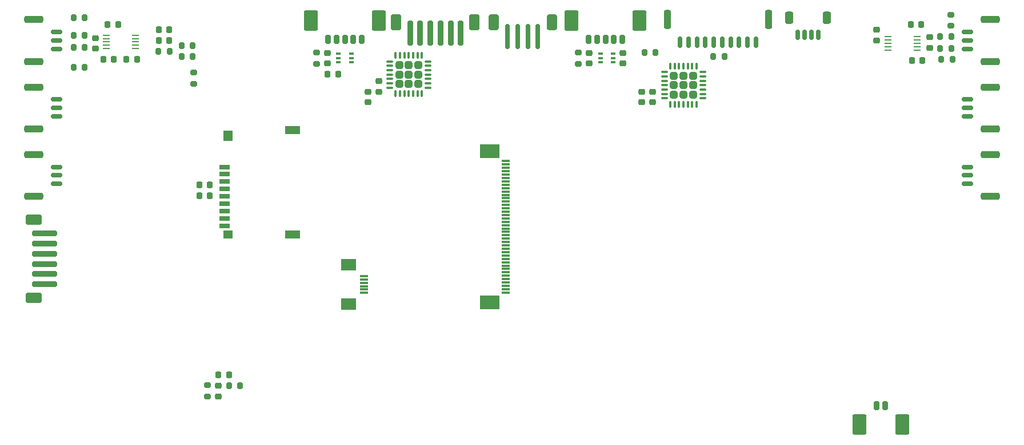
<source format=gbr>
%TF.GenerationSoftware,KiCad,Pcbnew,8.0.4*%
%TF.CreationDate,2024-09-02T08:00:41-07:00*%
%TF.ProjectId,Muffin,4d756666-696e-42e6-9b69-6361645f7063,rev?*%
%TF.SameCoordinates,Original*%
%TF.FileFunction,Paste,Top*%
%TF.FilePolarity,Positive*%
%FSLAX46Y46*%
G04 Gerber Fmt 4.6, Leading zero omitted, Abs format (unit mm)*
G04 Created by KiCad (PCBNEW 8.0.4) date 2024-09-02 08:00:41*
%MOMM*%
%LPD*%
G01*
G04 APERTURE LIST*
G04 Aperture macros list*
%AMRoundRect*
0 Rectangle with rounded corners*
0 $1 Rounding radius*
0 $2 $3 $4 $5 $6 $7 $8 $9 X,Y pos of 4 corners*
0 Add a 4 corners polygon primitive as box body*
4,1,4,$2,$3,$4,$5,$6,$7,$8,$9,$2,$3,0*
0 Add four circle primitives for the rounded corners*
1,1,$1+$1,$2,$3*
1,1,$1+$1,$4,$5*
1,1,$1+$1,$6,$7*
1,1,$1+$1,$8,$9*
0 Add four rect primitives between the rounded corners*
20,1,$1+$1,$2,$3,$4,$5,0*
20,1,$1+$1,$4,$5,$6,$7,0*
20,1,$1+$1,$6,$7,$8,$9,0*
20,1,$1+$1,$8,$9,$2,$3,0*%
G04 Aperture macros list end*
%ADD10RoundRect,0.250000X-0.320000X-0.320000X0.320000X-0.320000X0.320000X0.320000X-0.320000X0.320000X0*%
%ADD11RoundRect,0.075000X-0.437500X-0.075000X0.437500X-0.075000X0.437500X0.075000X-0.437500X0.075000X0*%
%ADD12RoundRect,0.075000X-0.075000X-0.437500X0.075000X-0.437500X0.075000X0.437500X-0.075000X0.437500X0*%
%ADD13RoundRect,0.150000X-0.700000X0.150000X-0.700000X-0.150000X0.700000X-0.150000X0.700000X0.150000X0*%
%ADD14RoundRect,0.250000X-1.150000X0.250000X-1.150000X-0.250000X1.150000X-0.250000X1.150000X0.250000X0*%
%ADD15RoundRect,0.225000X0.250000X-0.225000X0.250000X0.225000X-0.250000X0.225000X-0.250000X-0.225000X0*%
%ADD16RoundRect,0.150000X-0.150000X-0.700000X0.150000X-0.700000X0.150000X0.700000X-0.150000X0.700000X0*%
%ADD17RoundRect,0.250000X-0.250000X-1.150000X0.250000X-1.150000X0.250000X1.150000X-0.250000X1.150000X0*%
%ADD18RoundRect,0.175000X-0.175000X-1.675000X0.175000X-1.675000X0.175000X1.675000X-0.175000X1.675000X0*%
%ADD19RoundRect,0.250001X-0.499999X-0.899999X0.499999X-0.899999X0.499999X0.899999X-0.499999X0.899999X0*%
%ADD20RoundRect,0.200000X-0.200000X-0.275000X0.200000X-0.275000X0.200000X0.275000X-0.200000X0.275000X0*%
%ADD21RoundRect,0.200000X0.200000X0.275000X-0.200000X0.275000X-0.200000X-0.275000X0.200000X-0.275000X0*%
%ADD22RoundRect,0.225000X-0.225000X-0.250000X0.225000X-0.250000X0.225000X0.250000X-0.225000X0.250000X0*%
%ADD23RoundRect,0.200000X-0.200000X-1.650000X0.200000X-1.650000X0.200000X1.650000X-0.200000X1.650000X0*%
%ADD24RoundRect,0.208334X-0.541666X-0.941666X0.541666X-0.941666X0.541666X0.941666X-0.541666X0.941666X0*%
%ADD25RoundRect,0.150000X0.700000X-0.150000X0.700000X0.150000X-0.700000X0.150000X-0.700000X-0.150000X0*%
%ADD26RoundRect,0.250000X1.150000X-0.250000X1.150000X0.250000X-1.150000X0.250000X-1.150000X-0.250000X0*%
%ADD27R,1.100000X0.250000*%
%ADD28RoundRect,0.225000X0.225000X0.250000X-0.225000X0.250000X-0.225000X-0.250000X0.225000X-0.250000X0*%
%ADD29RoundRect,0.225000X-0.250000X0.225000X-0.250000X-0.225000X0.250000X-0.225000X0.250000X0.225000X0*%
%ADD30RoundRect,0.200000X0.200000X0.450000X-0.200000X0.450000X-0.200000X-0.450000X0.200000X-0.450000X0*%
%ADD31RoundRect,0.250001X0.799999X1.249999X-0.799999X1.249999X-0.799999X-1.249999X0.799999X-1.249999X0*%
%ADD32RoundRect,0.200000X-0.275000X0.200000X-0.275000X-0.200000X0.275000X-0.200000X0.275000X0.200000X0*%
%ADD33RoundRect,0.100000X-0.225000X-0.100000X0.225000X-0.100000X0.225000X0.100000X-0.225000X0.100000X0*%
%ADD34R,1.300000X0.300000*%
%ADD35R,2.200000X1.800000*%
%ADD36R,1.600000X0.700000*%
%ADD37R,1.400000X1.200000*%
%ADD38R,2.200000X1.200000*%
%ADD39R,1.400000X1.600000*%
%ADD40RoundRect,0.200000X-0.200000X-0.450000X0.200000X-0.450000X0.200000X0.450000X-0.200000X0.450000X0*%
%ADD41RoundRect,0.250001X-0.799999X-1.249999X0.799999X-1.249999X0.799999X1.249999X-0.799999X1.249999X0*%
%ADD42RoundRect,0.200000X1.650000X-0.200000X1.650000X0.200000X-1.650000X0.200000X-1.650000X-0.200000X0*%
%ADD43RoundRect,0.208334X0.941666X-0.541666X0.941666X0.541666X-0.941666X0.541666X-0.941666X-0.541666X0*%
%ADD44RoundRect,0.150000X-0.150000X-0.625000X0.150000X-0.625000X0.150000X0.625000X-0.150000X0.625000X0*%
%ADD45RoundRect,0.250000X-0.350000X-0.650000X0.350000X-0.650000X0.350000X0.650000X-0.350000X0.650000X0*%
%ADD46RoundRect,0.200000X0.275000X-0.200000X0.275000X0.200000X-0.275000X0.200000X-0.275000X-0.200000X0*%
%ADD47R,1.280000X0.300000*%
%ADD48R,3.000000X2.000000*%
%ADD49RoundRect,0.218750X0.218750X0.256250X-0.218750X0.256250X-0.218750X-0.256250X0.218750X-0.256250X0*%
%ADD50RoundRect,0.218750X0.256250X-0.218750X0.256250X0.218750X-0.256250X0.218750X-0.256250X-0.218750X0*%
G04 APERTURE END LIST*
D10*
%TO.C,U12*%
X106030000Y-58617500D03*
X106030000Y-60037500D03*
X106030000Y-61457500D03*
X107450000Y-58617500D03*
X107450000Y-60037500D03*
X107450000Y-61457500D03*
X108870000Y-58617500D03*
X108870000Y-60037500D03*
X108870000Y-61457500D03*
D11*
X104612500Y-58087500D03*
X104612500Y-58737500D03*
X104612500Y-59387500D03*
X104612500Y-60037500D03*
X104612500Y-60687500D03*
X104612500Y-61337500D03*
X104612500Y-61987500D03*
D12*
X105500000Y-62875000D03*
X106150000Y-62875000D03*
X106800000Y-62875000D03*
X107450000Y-62875000D03*
X108100000Y-62875000D03*
X108750000Y-62875000D03*
X109400000Y-62875000D03*
D11*
X110287500Y-61987500D03*
X110287500Y-61337500D03*
X110287500Y-60687500D03*
X110287500Y-60037500D03*
X110287500Y-59387500D03*
X110287500Y-58737500D03*
X110287500Y-58087500D03*
D12*
X109400000Y-57200000D03*
X108750000Y-57200000D03*
X108100000Y-57200000D03*
X107450000Y-57200000D03*
X106800000Y-57200000D03*
X106150000Y-57200000D03*
X105500000Y-57200000D03*
%TD*%
D13*
%TO.C,J3*%
X190250000Y-63750000D03*
X190250000Y-65000000D03*
X190250000Y-66250000D03*
D14*
X193600000Y-61900000D03*
X193600000Y-68100000D03*
%TD*%
D15*
%TO.C,C21*%
X134200000Y-58375000D03*
X134200000Y-56825000D03*
%TD*%
D16*
%TO.C,J9*%
X147650000Y-55250000D03*
X148900000Y-55250000D03*
X150150000Y-55250000D03*
X151400000Y-55250000D03*
X152650000Y-55250000D03*
X153900000Y-55250000D03*
X155150000Y-55250000D03*
X156400000Y-55250000D03*
X157650000Y-55250000D03*
X158900000Y-55250000D03*
D17*
X145800000Y-51900000D03*
X160750000Y-51900000D03*
%TD*%
D18*
%TO.C,J12*%
X122100000Y-54400000D03*
X123600000Y-54400000D03*
X125100000Y-54400000D03*
X126600000Y-54400000D03*
D19*
X120050000Y-52300000D03*
X128650000Y-52300000D03*
%TD*%
D20*
%TO.C,R30*%
X80800000Y-106200000D03*
X82450000Y-106200000D03*
%TD*%
D21*
%TO.C,R14*%
X59425000Y-51600000D03*
X57775000Y-51600000D03*
%TD*%
D22*
%TO.C,C9*%
X62225000Y-57800000D03*
X63775000Y-57800000D03*
%TD*%
D23*
%TO.C,J8*%
X107650000Y-53912500D03*
X109150000Y-53912500D03*
X110650000Y-53912500D03*
X112150000Y-53912500D03*
X113650000Y-53912500D03*
X115150000Y-53912500D03*
D24*
X105600000Y-52312500D03*
X117200000Y-52312500D03*
%TD*%
D15*
%TO.C,C27*%
X95400000Y-58375000D03*
X95400000Y-56825000D03*
%TD*%
D25*
%TO.C,J5*%
X55250000Y-76250000D03*
X55250000Y-75000000D03*
X55250000Y-73750000D03*
D26*
X51900000Y-78100000D03*
X51900000Y-71900000D03*
%TD*%
D27*
%TO.C,U3*%
X182750000Y-56400000D03*
X182750000Y-55900000D03*
X182750000Y-55400000D03*
X182750000Y-54900000D03*
X182750000Y-54400000D03*
X178450000Y-54400000D03*
X178450000Y-54900000D03*
X178450000Y-55400000D03*
X178450000Y-55900000D03*
X178450000Y-56400000D03*
%TD*%
D21*
%TO.C,R10*%
X75425000Y-55800000D03*
X73775000Y-55800000D03*
%TD*%
%TO.C,R17*%
X59425000Y-54200000D03*
X57775000Y-54200000D03*
%TD*%
D15*
%TO.C,C20*%
X139200000Y-58375000D03*
X139200000Y-56825000D03*
%TD*%
D20*
%TO.C,R12*%
X186375000Y-57800000D03*
X188025000Y-57800000D03*
%TD*%
D13*
%TO.C,J2*%
X190250000Y-73750000D03*
X190250000Y-75000000D03*
X190250000Y-76250000D03*
D14*
X193600000Y-71900000D03*
X193600000Y-78100000D03*
%TD*%
D22*
%TO.C,C6*%
X182025000Y-58000000D03*
X183575000Y-58000000D03*
%TD*%
D28*
%TO.C,C17*%
X77975000Y-76400000D03*
X76425000Y-76400000D03*
%TD*%
D21*
%TO.C,R18*%
X59425000Y-56000000D03*
X57775000Y-56000000D03*
%TD*%
D20*
%TO.C,R13*%
X57775000Y-59000000D03*
X59425000Y-59000000D03*
%TD*%
D29*
%TO.C,C31*%
X103000000Y-61025000D03*
X103000000Y-62575000D03*
%TD*%
D30*
%TO.C,J18*%
X139100000Y-54800000D03*
X137850000Y-54800000D03*
X136600000Y-54800000D03*
X135350000Y-54800000D03*
X134100000Y-54800000D03*
D31*
X141650000Y-52050000D03*
X131550000Y-52050000D03*
%TD*%
D20*
%TO.C,R16*%
X186175000Y-56200000D03*
X187825000Y-56200000D03*
%TD*%
%TO.C,R19*%
X70375000Y-56600000D03*
X72025000Y-56600000D03*
%TD*%
D32*
%TO.C,R37*%
X93800000Y-56775000D03*
X93800000Y-58425000D03*
%TD*%
D33*
%TO.C,U6*%
X135850000Y-56950000D03*
X135850000Y-57600000D03*
X135850000Y-58250000D03*
X137750000Y-58250000D03*
X137750000Y-57600000D03*
X137750000Y-56950000D03*
%TD*%
D20*
%TO.C,R15*%
X186175000Y-54400000D03*
X187825000Y-54400000D03*
%TD*%
D29*
%TO.C,C30*%
X143600000Y-62625000D03*
X143600000Y-64175000D03*
%TD*%
D34*
%TO.C,J19*%
X100850000Y-89950000D03*
X100850000Y-90450000D03*
X100850000Y-90950000D03*
X100850000Y-91450000D03*
X100850000Y-91950000D03*
X100850000Y-92450000D03*
D35*
X98525000Y-88300000D03*
X98525000Y-94100000D03*
%TD*%
D36*
%TO.C,J17*%
X80150000Y-73750000D03*
X80150000Y-74850000D03*
X80150000Y-75950000D03*
X80150000Y-77050000D03*
X80150000Y-78150000D03*
X80150000Y-79250000D03*
X80150000Y-80350000D03*
X80150000Y-81450000D03*
D37*
X80650000Y-83750000D03*
D38*
X90250000Y-83750000D03*
D39*
X80650000Y-69150000D03*
D38*
X90250000Y-68250000D03*
D36*
X80150000Y-82550000D03*
%TD*%
D22*
%TO.C,C12*%
X65625000Y-57800000D03*
X67175000Y-57800000D03*
%TD*%
D40*
%TO.C,J24*%
X176775000Y-109200000D03*
X178025000Y-109200000D03*
D41*
X174225000Y-111950000D03*
X180575000Y-111950000D03*
%TD*%
D42*
%TO.C,J11*%
X53512500Y-91150000D03*
X53512500Y-89650000D03*
X53512500Y-88150000D03*
X53512500Y-86650000D03*
X53512500Y-85150000D03*
X53512500Y-83650000D03*
D43*
X51912500Y-93200000D03*
X51912500Y-81600000D03*
%TD*%
D27*
%TO.C,U2*%
X62650000Y-54200000D03*
X62650000Y-54700000D03*
X62650000Y-55200000D03*
X62650000Y-55700000D03*
X62650000Y-56200000D03*
X66950000Y-56200000D03*
X66950000Y-55700000D03*
X66950000Y-55200000D03*
X66950000Y-54700000D03*
X66950000Y-54200000D03*
%TD*%
D20*
%TO.C,R20*%
X152575000Y-57400000D03*
X154225000Y-57400000D03*
%TD*%
D25*
%TO.C,J7*%
X55250000Y-56250000D03*
X55250000Y-55000000D03*
X55250000Y-53750000D03*
D26*
X51900000Y-58100000D03*
X51900000Y-51900000D03*
%TD*%
D29*
%TO.C,C10*%
X61000000Y-54625000D03*
X61000000Y-56175000D03*
%TD*%
D15*
%TO.C,C7*%
X184600000Y-56075000D03*
X184600000Y-54525000D03*
%TD*%
D44*
%TO.C,J10*%
X165100000Y-54125000D03*
X166100000Y-54125000D03*
X167100000Y-54125000D03*
X168100000Y-54125000D03*
D45*
X163800000Y-51600000D03*
X169400000Y-51600000D03*
%TD*%
D22*
%TO.C,C13*%
X70425000Y-55000000D03*
X71975000Y-55000000D03*
%TD*%
D28*
%TO.C,C16*%
X77975000Y-78000000D03*
X76425000Y-78000000D03*
%TD*%
D29*
%TO.C,C29*%
X101400000Y-62625000D03*
X101400000Y-64175000D03*
%TD*%
D28*
%TO.C,C5*%
X183375000Y-52600000D03*
X181825000Y-52600000D03*
%TD*%
D46*
%TO.C,R11*%
X187800000Y-52825000D03*
X187800000Y-51175000D03*
%TD*%
D15*
%TO.C,C4*%
X176800000Y-54975000D03*
X176800000Y-53425000D03*
%TD*%
D28*
%TO.C,C26*%
X96975000Y-60000000D03*
X95425000Y-60000000D03*
%TD*%
D20*
%TO.C,R9*%
X73775000Y-57400000D03*
X75425000Y-57400000D03*
%TD*%
D32*
%TO.C,R8*%
X75600000Y-59775000D03*
X75600000Y-61425000D03*
%TD*%
D21*
%TO.C,R35*%
X144025000Y-56800000D03*
X142375000Y-56800000D03*
%TD*%
D22*
%TO.C,C11*%
X70425000Y-53400000D03*
X71975000Y-53400000D03*
%TD*%
D32*
%TO.C,R29*%
X132600000Y-56775000D03*
X132600000Y-58425000D03*
%TD*%
D29*
%TO.C,C32*%
X142000000Y-62625000D03*
X142000000Y-64175000D03*
%TD*%
D33*
%TO.C,U9*%
X97050000Y-56950000D03*
X97050000Y-57600000D03*
X97050000Y-58250000D03*
X98950000Y-58250000D03*
X98950000Y-57600000D03*
X98950000Y-56950000D03*
%TD*%
D28*
%TO.C,C8*%
X64375000Y-52600000D03*
X62825000Y-52600000D03*
%TD*%
D25*
%TO.C,J4*%
X55250000Y-66250000D03*
X55250000Y-65000000D03*
X55250000Y-63750000D03*
D26*
X51900000Y-68100000D03*
X51900000Y-61900000D03*
%TD*%
D30*
%TO.C,J15*%
X100500000Y-54800000D03*
X99250000Y-54800000D03*
X98000000Y-54800000D03*
X96750000Y-54800000D03*
X95500000Y-54800000D03*
D31*
X103050000Y-52050000D03*
X92950000Y-52050000D03*
%TD*%
D10*
%TO.C,U11*%
X146730000Y-60217500D03*
X146730000Y-61637500D03*
X146730000Y-63057500D03*
X148150000Y-60217500D03*
X148150000Y-61637500D03*
X148150000Y-63057500D03*
X149570000Y-60217500D03*
X149570000Y-61637500D03*
X149570000Y-63057500D03*
D11*
X145312500Y-59687500D03*
X145312500Y-60337500D03*
X145312500Y-60987500D03*
X145312500Y-61637500D03*
X145312500Y-62287500D03*
X145312500Y-62937500D03*
X145312500Y-63587500D03*
D12*
X146200000Y-64475000D03*
X146850000Y-64475000D03*
X147500000Y-64475000D03*
X148150000Y-64475000D03*
X148800000Y-64475000D03*
X149450000Y-64475000D03*
X150100000Y-64475000D03*
D11*
X150987500Y-63587500D03*
X150987500Y-62937500D03*
X150987500Y-62287500D03*
X150987500Y-61637500D03*
X150987500Y-60987500D03*
X150987500Y-60337500D03*
X150987500Y-59687500D03*
D12*
X150100000Y-58800000D03*
X149450000Y-58800000D03*
X148800000Y-58800000D03*
X148150000Y-58800000D03*
X147500000Y-58800000D03*
X146850000Y-58800000D03*
X146200000Y-58800000D03*
%TD*%
D47*
%TO.C,J20*%
X121827500Y-92400000D03*
X121827500Y-91900000D03*
X121827500Y-91400000D03*
X121827500Y-90900000D03*
X121827500Y-90400000D03*
X121827500Y-89900000D03*
X121827500Y-89400000D03*
X121827500Y-88900000D03*
X121827500Y-88400000D03*
X121827500Y-87900000D03*
X121827500Y-87400000D03*
X121827500Y-86900000D03*
X121827500Y-86400000D03*
X121827500Y-85900000D03*
X121827500Y-85400000D03*
X121827500Y-84900000D03*
X121827500Y-84400000D03*
X121827500Y-83900000D03*
X121827500Y-83400000D03*
X121827500Y-82900000D03*
X121827500Y-82400000D03*
X121827500Y-81900000D03*
X121827500Y-81400000D03*
X121827500Y-80900000D03*
X121827500Y-80400000D03*
X121827500Y-79900000D03*
X121827500Y-79400000D03*
X121827500Y-78900000D03*
X121827500Y-78400000D03*
X121827500Y-77900000D03*
X121827500Y-77400000D03*
X121827500Y-76900000D03*
X121827500Y-76400000D03*
X121827500Y-75900000D03*
X121827500Y-75400000D03*
X121827500Y-74900000D03*
X121827500Y-74400000D03*
X121827500Y-73900000D03*
X121827500Y-73400000D03*
X121827500Y-72900000D03*
D48*
X119487500Y-71450000D03*
X119487500Y-93850000D03*
%TD*%
D49*
%TO.C,D10*%
X80812500Y-104600000D03*
X79237500Y-104600000D03*
%TD*%
D50*
%TO.C,D9*%
X79225000Y-107787500D03*
X79225000Y-106212500D03*
%TD*%
D32*
%TO.C,R28*%
X77625000Y-106175000D03*
X77625000Y-107825000D03*
%TD*%
D13*
%TO.C,J6*%
X190250000Y-53750000D03*
X190250000Y-55000000D03*
X190250000Y-56250000D03*
D14*
X193600000Y-51900000D03*
X193600000Y-58100000D03*
%TD*%
M02*

</source>
